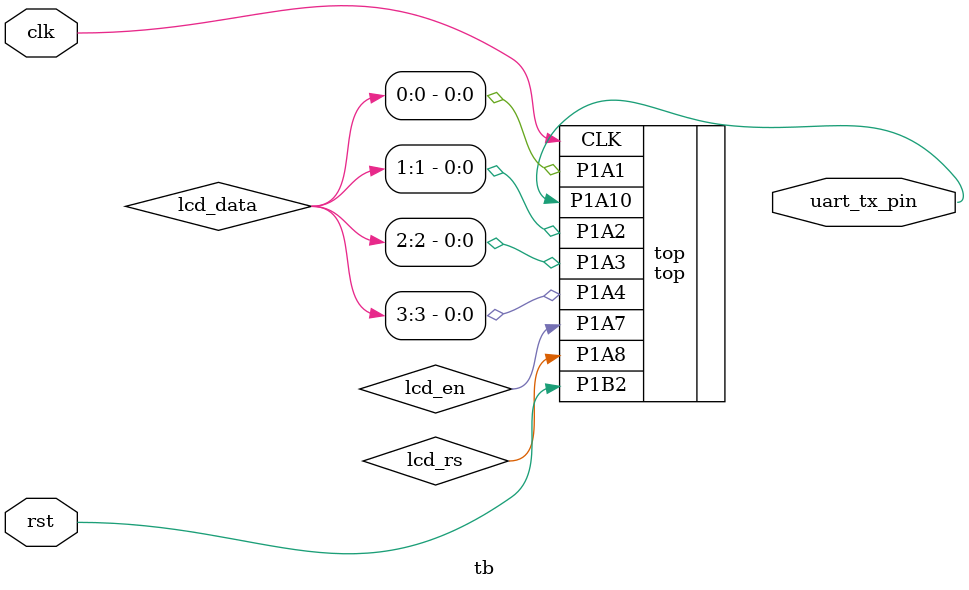
<source format=v>
`default_nettype none
`timescale 1ns/1ps

/*
 this testbench just instantiates the module and makes some convenient wires
 that can be driven / tested by the cocotb test.py
 */

module tb (
           // testbench is controlled by test.py
           input  clk,
           input  rst,
           output uart_tx_pin
           );

  // this part dumps the trace to a vcd file that can be viewed with GTKWave
  initial begin
    $dumpfile ("tb.vcd");
    $dumpvars (0, tb);
    #1;
  end

  // wire up the inputs and outputs
  wire uart_tx_pin;

  wire [3:0] lcd_data;
  wire       lcd_en;
  wire       lcd_rs;

  // instantiate the DUT
  top #(.DIVIDER(6),.DELAY_BIT(4)) top (.CLK(clk), .P1B2(rst), .P1A1(lcd_data[0]), .P1A2(lcd_data[1]), .P1A3(lcd_data[2]), .P1A4(lcd_data[3]),
          .P1A7(lcd_en), .P1A8(lcd_rs),
          .P1A10(uart_tx_pin));

endmodule

</source>
